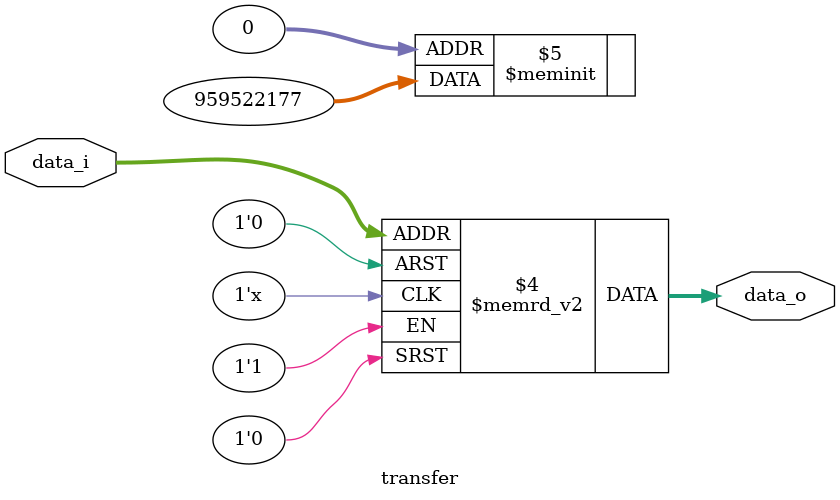
<source format=v>
module transfer(data_i,data_o);
input [2:0]  data_i;
output [3:0] data_o;

//declare data type for ports
wire [2:0] data_i;
reg [3:0]  data_o;
//Functional description
always @(data_i) begin
case(data_i)
	3'd0:data_o = 4'd1;
	3'd1:data_o = 4'd8;
	3'd2:data_o = 4'd5;
	3'd3:data_o = 4'd2;
	3'd4:data_o = 4'd1;
	3'd5:data_o = 4'd3;
	3'd6:data_o = 4'd9;
	3'd7:data_o = 4'd3;
default: data_o = 4'dx;
endcase
end
endmodule
</source>
